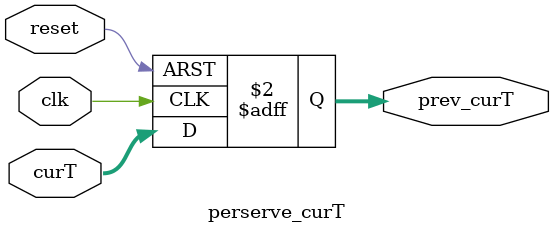
<source format=v>
`timescale 1ns / 1ps


module perserve_curT(
input wire [2:0] curT,
input wire clk,
input wire reset,
output reg [2:0] prev_curT
    );
    
     always @(posedge clk or posedge reset) begin
        if (reset) begin
            prev_curT <= 3'b000;  // ³õÊ¼ÖµÎª 0
        end 
        else begin
            prev_curT <= curT;
        end
    end
endmodule

</source>
